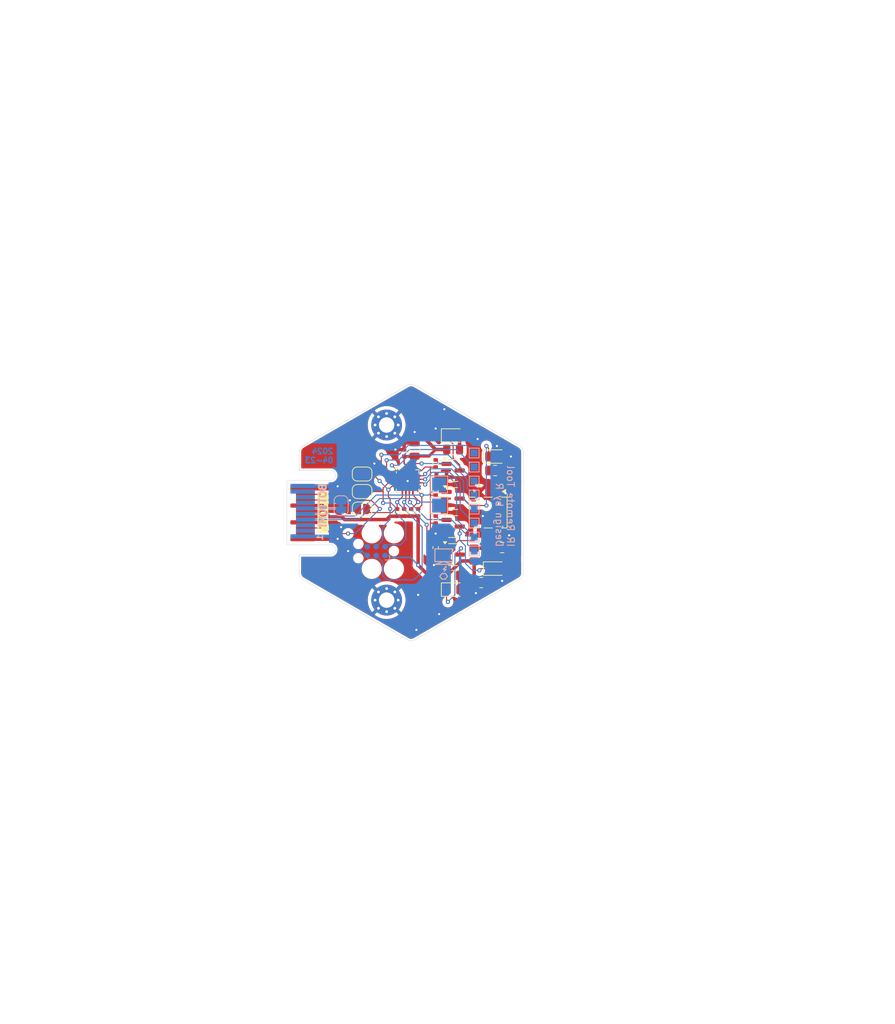
<source format=kicad_pcb>
(kicad_pcb (version 20240108) (generator "pcbnew") (generator_version "8.0")
  (layers (0 "F.Cu" signal) (31 "B.Cu" signal) (34 "B.Paste" user) (35 "F.Paste" user) (36 "B.SilkS" user "B.Silkscreen") (37 "F.SilkS" user "F.Silkscreen") (38 "B.Mask" user) (39 "F.Mask" user) (44 "Edge.Cuts" user))
  (net 0 "")
  (net 1 "GND")
  (net 2 "Net-(U2-Vcc)")
  (net 3 "+3.3V")
  (net 4 "/SDA")
  (net 5 "/SCL")
  (net 6 "Net-(D1-K)")
  (net 7 "Net-(D2-K)")
  (net 8 "Net-(D2-A)")
  (net 9 "/HS_F")
  (net 10 "/HS_G")
  (net 11 "Net-(D3-K)")
  (net 12 "/HS_H")
  (net 13 "Net-(D3-A)")
  (net 14 "Net-(D1-A)")
  (net 15 "/HEXP_DET")
  (net 16 "Net-(D4-K)")
  (net 17 "Net-(D4-A)")
  (net 24 "/~{RST}")
  (net 26 "/SWCLK")
  (net 27 "/SWDIO")
  (net 28 "Net-(Q1-G)")
  (net 29 "Net-(Q2-G)")
  (net 30 "Net-(Q3-G)")
  (net 31 "Net-(Q4-G)")
  (net 32 "/IR_RX")
  (net 33 "/IR_TX")
  (net 34 "Net-(U1-PA1)")
  (net 35 "Net-(U1-PA4)")
  (net 36 "Net-(U1-PA5)")
  (net 37 "Net-(U1-PA6)")
  (net 38 "Net-(U1-PA8)")
  (net 39 "Net-(U1-PA12)")
  (net 40 "Net-(U1-PB0)")
  (net 41 "Net-(U1-PB1)")
  (footprint "LED_SMD:LED_0805_2012Metric" (layer "F.Cu") (at 128 108)
    (property "Reference" "D3" (hide yes))
    (property "Value" "IR17-21C/TR8")
  )
  (footprint "Capacitor_SMD:C_0805_2012Metric" (layer "F.Cu") (at 116.5 91 90)
    (property "Reference" "C2" (hide yes))
    (property "Value" "4.7 uF")
  )
  (footprint "parts:hexpansion-edge-connector" (layer "F.Cu") (at 98.25 100)
    (property "Reference" "J1" (hide yes))
    (property "Value" "Hexpansion-Connector" (hide yes))
    (fp_line (start 0 4.4) (end 0 -4.4) (stroke (width 0.05)) (layer "Edge.Cuts"))
    (fp_line (start 6.25 -6) (end 2 -6) (stroke (width 0.05)) (layer "Edge.Cuts"))
    (fp_line (start 6.25 -4.6) (end 0.2 -4.6) (stroke (width 0.05)) (layer "Edge.Cuts"))
    (fp_line (start 6.25 4.6) (end 0.2 4.6) (stroke (width 0.05)) (layer "Edge.Cuts"))
    (fp_line (start 6.25 6) (end 2 6) (stroke (width 0.05)) (layer "Edge.Cuts"))
    (fp_arc (start 0 -4.4) (mid 0.058579 -4.541421) (end 0.2 -4.6) (stroke (width 0.05)) (layer "Edge.Cuts"))
    (fp_arc (start 0.2 4.6) (mid 0.058579 4.541421) (end 0 4.4) (stroke (width 0.05)) (layer "Edge.Cuts"))
    (fp_arc (start 6.25 -6) (mid 6.744975 -5.794975) (end 6.95 -5.3) (stroke (width 0.05)) (layer "Edge.Cuts"))
    (fp_arc (start 6.25 4.6) (mid 6.744975 4.805025) (end 6.95 5.3) (stroke (width 0.05)) (layer "Edge.Cuts"))
    (fp_arc (start 6.95 -5.3) (mid 6.744975 -4.805025) (end 6.25 -4.6) (stroke (width 0.05)) (layer "Edge.Cuts"))
    (fp_arc (start 6.95 5.3) (mid 6.744975 5.794975) (end 6.25 6) (stroke (width 0.05)) (layer "Edge.Cuts"))
  )
  (footprint "Resistor_SMD:R_0805_2012Metric" (layer "F.Cu") (at 126 110)
    (property "Reference" "R9" (hide yes))
    (property "Value" "100")
  )
  (footprint "Jumper:SolderJumper-2_P1.3mm_Open_RoundedPad1.0x1.5mm" (layer "F.Cu") (at 109 97)
    (property "Reference" "JP3" (hide yes))
    (property "Value" "SWDIO")
  )
  (footprint "Resistor_SMD:R_0402_1005Metric" (layer "F.Cu") (at 119.5 105 90)
    (property "Reference" "R12" (hide yes))
    (property "Value" "1k")
  )
  (footprint "Resistor_SMD:R_0805_2012Metric" (layer "F.Cu") (at 128 94)
    (property "Reference" "R7" (hide yes))
    (property "Value" "100")
  )
  (footprint "Capacitor_SMD:C_0805_2012Metric" (layer "F.Cu") (at 129 105)
    (property "Reference" "C1" (hide yes))
    (property "Value" "4.7 uF")
  )
  (footprint "MountingHole:MountingHole_2.2mm_M2_Pad_Via" (layer "F.Cu") (at 112.5 87.5)
    (property "Reference" "H2" (hide yes))
    (property "Value" "MountingHole_Pad" (hide yes))
  )
  (footprint "Package_DFN_QFN:QFN-16-1EP_3x3mm_P0.5mm_EP1.7x1.7mm" (layer "F.Cu") (at 115.5 95.5)
    (property "Reference" "U1" (hide yes))
    (property "Value" "PY32F002AW15U")
  )
  (footprint "Resistor_SMD:R_0402_1005Metric" (layer "F.Cu") (at 119.5 93 90)
    (property "Reference" "R6" (hide yes))
    (property "Value" "1k")
  )
  (footprint "LED_SMD:LED_0805_2012Metric" (layer "F.Cu") (at 128 92)
    (property "Reference" "D2" (hide yes))
    (property "Value" "IR17-21C/TR8")
  )
  (footprint "Jumper:SolderJumper-2_P1.3mm_Open_RoundedPad1.0x1.5mm" (layer "F.Cu") (at 109 99.5)
    (property "Reference" "JP4" (hide yes))
    (property "Value" "~{RST}")
  )
  (footprint "Resistor_SMD:R_0805_2012Metric" (layer "F.Cu") (at 125 106 -90)
    (property "Reference" "R3" (hide yes))
    (property "Value" "100")
  )
  (footprint "Jumper:SolderJumper-2_P1.3mm_Open_RoundedPad1.0x1.5mm" (layer "F.Cu") (at 109 94.5)
    (property "Reference" "JP2" (hide yes))
    (property "Value" "SWCLK")
  )
  (footprint "Package_TO_SOT_SMD:SOT-23" (layer "F.Cu") (at 122 98)
    (property "Reference" "Q2" (hide yes))
    (property "Value" "2N7002")
  )
  (footprint "Resistor_SMD:R_0402_1005Metric" (layer "F.Cu") (at 117 100 90)
    (property "Reference" "R2" (hide yes))
    (property "Value" "10k")
  )
  (footprint "Resistor_SMD:R_0402_1005Metric" (layer "F.Cu") (at 116 100 90)
    (property "Reference" "R1" (hide yes))
    (property "Value" "10k")
  )
  (footprint "Package_TO_SOT_SMD:SOT-23" (layer "F.Cu") (at 122 102)
    (property "Reference" "Q3" (hide yes))
    (property "Value" "2N7002")
  )
  (footprint "Resistor_SMD:R_0805_2012Metric" (layer "F.Cu") (at 122 91)
    (property "Reference" "R5" (hide yes))
    (property "Value" "100")
  )
  (footprint "Package_TO_SOT_SMD:SOT-23" (layer "F.Cu") (at 122 106)
    (property "Reference" "Q4" (hide yes))
    (property "Value" "2N7002")
  )
  (footprint "LED_SMD:LED_0805_2012Metric" (layer "F.Cu") (at 122 111)
    (property "Reference" "D4" (hide yes))
    (property "Value" "IR17-21C/TR8")
  )
  (footprint "Package_TO_SOT_SMD:SOT-23" (layer "F.Cu") (at 122 94)
    (property "Reference" "Q1" (hide yes))
    (property "Value" "2N7002")
  )
  (footprint "LED_SMD:LED_0805_2012Metric" (layer "F.Cu") (at 122 89)
    (property "Reference" "D1" (hide yes))
    (property "Value" "IR17-21C/TR8")
  )
  (footprint "parts:IRM-H6XXT" (layer "F.Cu") (at 127 100 -90)
    (property "Reference" "U2" (hide yes))
    (property "Value" "IRM-H638T/TR2")
  )
  (footprint "Resistor_SMD:R_0402_1005Metric" (layer "F.Cu") (at 114 100 90)
    (property "Reference" "R13" (hide yes))
    (property "Value" "DNL")
  )
  (footprint "Resistor_SMD:R_0402_1005Metric" (layer "F.Cu") (at 115 100 90)
    (property "Reference" "R4" (hide yes))
    (property "Value" "10k")
  )
  (footprint "Resistor_SMD:R_0805_2012Metric" (layer "F.Cu") (at 122 109)
    (property "Reference" "R11" (hide yes))
    (property "Value" "100")
  )
  (footprint "Resistor_SMD:R_0402_1005Metric" (layer "F.Cu") (at 119.5 97 90)
    (property "Reference" "R8" (hide yes))
    (property "Value" "1k")
  )
  (footprint "MountingHole:MountingHole_2.2mm_M2_Pad_Via" (layer "F.Cu") (at 112.5 112.5)
    (property "Reference" "H1" (hide yes))
    (property "Value" "MountingHole_Pad" (hide yes))
  )
  (footprint "Resistor_SMD:R_0402_1005Metric" (layer "F.Cu") (at 119.5 101 90)
    (property "Reference" "R10" (hide yes))
    (property "Value" "1k")
  )
  (footprint "Capacitor_SMD:C_0402_1005Metric" (layer "F.Cu") (at 115 91.5 90)
    (property "Reference" "C3" (hide yes))
    (property "Value" "0.1 uF")
  )
  (footprint "TestPoint:TestPoint_Pad_1.0x1.0mm" (layer "B.Cu") (at 125 99.5 180)
    (property "Reference" "TP6" (hide yes))
    (property "Value" "PA6")
  )
  (footprint "TestPoint:TestPoint_Pad_1.0x1.0mm" (layer "B.Cu") (at 125 97.5 180)
    (property "Reference" "TP9" (hide yes))
    (property "Value" "PB0")
  )
  (footprint "TestPoint:TestPoint_Pad_2.0x2.0mm" (layer "B.Cu") (at 120 99 180)
    (property "Reference" "TP2" (hide yes))
    (property "Value" "SDA")
  )
  (footprint "TestPoint:TestPoint_Pad_1.0x1.0mm" (layer "B.Cu") (at 125 103.5 180)
    (property "Reference" "TP4" (hide yes))
    (property "Value" "PA4")
  )
  (footprint "TestPoint:TestPoint_Pad_1.0x1.0mm" (layer "B.Cu") (at 125 95.5 180)
    (property "Reference" "TP7" (hide yes))
    (property "Value" "PA8")
  )
  (footprint "TestPoint:TestPoint_Pad_1.0x1.0mm" (layer "B.Cu") (at 125 105.5 180)
    (property "Reference" "TP3" (hide yes))
    (property "Value" "PA1")
  )
  (footprint "Jumper:SolderJumper-2_P1.3mm_Bridged_RoundedPad1.0x1.5mm" (layer "B.Cu") (at 106 99 90)
    (property "Reference" "JP1" (hide yes))
    (property "Value" "SolderJumper_2_Bridged" (hide yes))
  )
  (footprint "TestPoint:TestPoint_Pad_1.0x1.0mm" (layer "B.Cu") (at 125 93.5 180)
    (property "Reference" "TP10" (hide yes))
    (property "Value" "PB1")
  )
  (footprint "TestPoint:TestPoint_Pad_1.0x1.0mm" (layer "B.Cu") (at 125 101.5 180)
    (property "Reference" "TP5" (hide yes))
    (property "Value" "PA5")
  )
  (footprint "Connector:Tag-Connect_TC2030-IDC-FP_2x03_P1.27mm_Vertical" (layer "B.Cu") (at 111 105.5 180)
    (property "Reference" "J2" (hide yes))
    (property "Value" "Conn_ARM_SWD_TagConnect_TC2030" (hide yes))
  )
  (footprint "TestPoint:TestPoint_Pad_1.0x1.0mm" (layer "B.Cu") (at 125 91.5 180)
    (property "Reference" "TP8" (hide yes))
    (property "Value" "PA12")
  )
  (footprint "TestPoint:TestPoint_Pad_2.0x2.0mm" (layer "B.Cu") (at 120 96 180)
    (property "Reference" "TP1" (hide yes))
    (property "Value" "SCL")
  )
  (gr_line (start 120.9 109.5) (end 121.2 109.1) (stroke (width 0.15)) (layer "B.SilkS"))
  (gr_line (start 121.9 107.4) (end 119.4 107.4) (stroke (width 0.15)) (layer "B.SilkS"))
  (gr_line (start 120.4 109.5) (end 120.9 109.5) (stroke (width 0.15)) (layer "B.SilkS"))
  (gr_line (start 120.1 109.1) (end 120.4 109.5) (stroke (width 0.15)) (layer "B.SilkS"))
  (gr_line (start 119.4 105.2) (end 121.9 105.2) (stroke (width 0.15)) (layer "B.SilkS"))
  (gr_line (start 121 108.1) (end 120.6 108.1) (stroke (width 0.15)) (layer "B.SilkS"))
  (gr_line (start 119.4 107.4) (end 120.65 107) (stroke (width 0.15)) (layer "B.SilkS"))
  (gr_line (start 121 107.8) (end 120.9 107.7) (stroke (width 0.15)) (layer "B.SilkS"))
  (gr_line (start 121 107.7) (end 121 107.8) (stroke (width 0.15)) (layer "B.SilkS"))
  (gr_line (start 120.6 108.1) (end 121 107.7) (stroke (width 0.15)) (layer "B.SilkS"))
  (gr_line (start 120.7 108.4) (end 121 108.1) (stroke (width 0.15)) (layer "B.SilkS"))
  (gr_line (start 120.9 108.7) (end 120.4 108.7) (stroke (width 0.15)) (layer "B.SilkS"))
  (gr_line (start 121.2 109.1) (end 120.9 108.7) (stroke (width 0.15)) (layer "B.SilkS"))
  (gr_line (start 121.9 107) (end 119.4 107) (stroke (width 0.15)) (layer "B.SilkS"))
  (gr_line (start 121.9 105.2) (end 121.9 107) (stroke (width 0.15)) (layer "B.SilkS"))
  (gr_line (start 119.4 107) (end 119.4 105.2) (stroke (width 0.15)) (layer "B.SilkS"))
  (gr_line (start 121.9 107.4) (end 120.65 107) (stroke (width 0.15)) (layer "B.SilkS"))
  (gr_line (start 120.9 107.7) (end 121 107.7) (stroke (width 0.15)) (layer "B.SilkS"))
  (gr_line (start 120.4 108.7) (end 120.1 109.1) (stroke (width 0.15)) (layer "B.SilkS"))
  (gr_line (start 100.5 90.473725) (end 115.499995 81.813472) (stroke (width 0.05)) (layer "Edge.Cuts"))
  (gr_arc (start 131.499989 90.473725) (mid 131.866015 90.83975) (end 131.999989 91.33975) (stroke (width 0.05)) (layer "Edge.Cuts"))
  (gr_arc (start 100.25 94) (mid 100.073223 93.926777) (end 100 93.75) (stroke (width 0.1)) (layer "Edge.Cuts"))
  (gr_arc (start 115.499995 81.813472) (mid 115.999995 81.679497) (end 116.499995 81.813472) (stroke (width 0.05)) (layer "Edge.Cuts"))
  (gr_line (start 100.5 109.526269) (end 115.499995 118.186522) (stroke (width 0.05)) (layer "Edge.Cuts"))
  (gr_line (start 131.999989 91.33975) (end 131.999989 108.660243) (stroke (width 0.05)) (layer "Edge.Cuts"))
  (gr_line (start 100 93.75) (end 100 91.33975) (stroke (width 0.05)) (layer "Edge.Cuts"))
  (gr_arc (start 100 91.33975) (mid 100.133975 90.83975) (end 100.5 90.473725) (stroke (width 0.05)) (layer "Edge.Cuts"))
  (gr_line (start 100 106.25) (end 100 108.660243) (stroke (width 0.05)) (layer "Edge.Cuts"))
  (gr_line (start 116.499995 81.813472) (end 131.499989 90.473725) (stroke (width 0.05)) (layer "Edge.Cuts"))
  (gr_arc (start 100 106.25) (mid 100.073223 106.073223) (end 100.25 106) (stroke (width 0.1)) (layer "Edge.Cuts"))
  (gr_arc (start 100.5 109.526269) (mid 100.133975 109.160243) (end 100 108.660243) (stroke (width 0.05)) (layer "Edge.Cuts"))
  (gr_arc (start 131.999989 108.660243) (mid 131.866015 109.160243) (end 131.499989 109.526269) (stroke (width 0.05)) (layer "Edge.Cuts"))
  (gr_arc (start 116.499995 118.186522) (mid 115.999995 118.320497) (end 115.499995 118.186522) (stroke (width 0.05)) (layer "Edge.Cuts"))
  (gr_line (start 116.499995 118.186522) (end 131.499989 109.526269) (stroke (width 0.05)) (layer "Edge.Cuts"))
  (gr_text "2024\n04-23" (at 105 93 0) (layer "B.Cu") (effects (font (size 0.8 0.8) (thickness 0.2) (bold yes)) (justify left bottom mirror)))
  (gr_text "IR Remote Tool\nDesign by R" (at 128 105 270) (layer "B.SilkS") (effects (font (size 1 1)) (justify left bottom mirror)))
  (segment (start 100.5 101.4) (end 105 101.4) (width 0.5) (layer "F.Cu") (net 1))
  (segment (start 105 101.4) (end 105.325 101.4) (width 0.5) (layer "F.Cu") (net 1))
  (segment (start 116.5 90.05) (end 116.5 88.5) (width 0.2) (layer "F.Cu") (net 1))
  (segment (start 100.5 103.8) (end 104.95 103.8) (width 0.5) (layer "F.Cu") (net 1))
  (segment (start 105.5 103.75) (end 105.05 103.8) (width 0.5) (layer "F.Cu") (net 1))
  (segment (start 104.95 103.8) (end 105.5 103.75) (width 0.5) (layer "F.Cu") (net 1))
  (segment (start 105.325 101.4) (end 106 102.075) (width 0.5) (layer "F.Cu") (net 1))
  (segment (start 100.5 99) (end 106.5 99) (width 0.5) (layer "F.Cu") (net 1))
  (segment (start 113.77 91.02) (end 113.75 91) (width 0.2) (layer "F.Cu") (net 1))
  (segment (start 100.5 96.6) (end 104.9 96.6) (width 0.5) (layer "F.Cu") (net 1))
  (segment (start 105.05 103.8) (end 105 103.8) (width 0.5) (layer "F.Cu") (net 1))
  (segment (start 115 91.02) (end 113.77 91.02) (width 0.2) (layer "F.Cu") (net 1))
  (via (at 105.5 96.25) (size 0.6) (drill 0.3) (layers "F.Cu" "B.Cu") (net 1))
  (via (at 116.75 116.75) (size 0.6) (drill 0.3) (layers "F.Cu" "B.Cu") (net 1))
  (via (at 105.5 103.75) (size 0.6) (drill 0.3) (layers "F.Cu" "B.Cu") (net 1))
  (via (at 129 109.75) (size 0.6) (drill 0.3) (layers "F.Cu" "B.Cu") (net 1))
  (via (at 106 102.075) (size 0.6) (drill 0.3) (layers "F.Cu" "B.Cu") (net 1))
  (via (at 120 114.5) (size 0.6) (drill 0.3) (layers "F.Cu" "B.Cu") (net 1))
  (via (at 119.25 107.5) (size 0.6) (drill 0.3) (layers "F.Cu" "B.Cu") (net 1))
  (via (at 110.75 93) (size 0.6) (drill 0.3) (layers "F.Cu" "B.Cu") (net 1))
  (via (at 116.5 88.5) (size 0.6) (drill 0.3) (layers "F.Cu" "B.Cu") (net 1))
  (via (at 107 105.5) (size 0.6) (drill 0.3) (layers "F.Cu" "B.Cu") (net 1))
  (via (at 120.75 85.25) (size 0.6) (drill 0.3) (layers "F.Cu" "B.Cu") (net 1))
  (via (at 119.5 103) (size 0.6) (drill 0.3) (layers "F.Cu" "B.Cu") (net 1))
  (via (at 128.25 90.5) (size 0.6) (drill 0.3) (layers "F.Cu" "B.Cu") (net 1))
  (via (at 130.25 92) (size 0.6) (drill 0.3) (layers "F.Cu" "B.Cu") (net 1))
  (via (at 125.5 89.5) (size 0.6) (drill 0.3) (layers "F.Cu" "B.Cu") (net 1))
  (via (at 115.5 95.5) (size 0.6) (drill 0.3) (layers "F.Cu" "B.Cu") (net 1))
  (via (at 128.5 98.75) (size 0.6) (drill 0.3) (layers "F.Cu" "B.Cu") (net 1))
  (via (at 117 111.75) (size 0.6) (drill 0.3) (layers "F.Cu" "B.Cu") (net 1))
  (via (at 113.75 91) (size 0.6) (drill 0.3) (layers "F.Cu" "B.Cu") (net 1))
  (via (at 119.5 88) (size 0.6) (drill 0.3) (layers "F.Cu" "B.Cu") (net 1))
  (via (at 129.5 97.25) (size 0.6) (drill 0.3) (layers "F.Cu" "B.Cu") (net 1))
  (via (at 130 103.25) (size 0.6) (drill 0.3) (layers "F.Cu" "B.Cu") (net 1))
  (via (at 107.25 98.25) (size 0.6) (drill 0.3) (layers "F.Cu" "B.Cu") (net 1))
  (via (at 125.25 111.5) (size 0.6) (drill 0.3) (layers "F.Cu" "B.Cu") (net 1))
  (via (at 126.25 100.5) (size 0.6) (drill 0.3) (layers "F.Cu" "B.Cu") (net 1))
  (segment (start 109.73 106.135) (end 109.635 106.135) (width 0.2) (layer "B.Cu") (net 1))
  (segment (start 105.5 96.25) (end 105.05 96.2) (width 0.5) (layer "B.Cu") (net 1))
  (segment (start 105.05 96.2) (end 105 96.2) (width 0.5) (layer "B.Cu") (net 1))
  (segment (start 109 105.5) (end 107 105.5) (width 0.2) (layer "B.Cu") (net 1))
  (segment (start 104.95 96.2) (end 105.5 96.25) (width 0.5) (layer "B.Cu") (net 1))
  (segment (start 109.635 106.135) (end 109 105.5) (width 0.2) (layer "B.Cu") (net 1))
  (segment (start 100.5 96.2) (end 104.95 96.2) (width 0.5) (layer "B.Cu") (net 1))
  (segment (start 100.5 103.4) (end 105 103.4) (width 0.5) (layer "B.Cu") (net 1))
  (segment (start 128.27 104.78) (end 128.05 105) (width 0.5) (layer "F.Cu") (net 2))
  (segment (start 128.27 102.9) (end 128.27 104.78) (width 0.5) (layer "F.Cu") (net 2))
  (segment (start 125 105.0875) (end 127.9625 105.0875) (width 0.5) (layer "F.Cu") (net 2))
  (segment (start 127.9625 105.0875) (end 128.05 105) (width 0.5) (layer "F.Cu") (net 2))
  (segment (start 117 107.5) (end 118.5 109) (width 0.5) (layer "F.Cu") (net 3))
  (segment (start 125.0625 106.85) (end 125 106.9125) (width 0.5) (layer "F.Cu") (net 3))
  (segment (start 125 106.9125) (end 125 109.9125) (width 0.5) (layer "F.Cu") (net 3))
  (segment (start 125 109.9125) (end 125.0875 110) (width 0.5) (layer "F.Cu") (net 3))
  (segment (start 117 100.51) (end 117 107.5) (width 0.5) (layer "F.Cu") (net 3))
  (segment (start 105.3 99.8) (end 106.1 100.6) (width 0.5) (layer "F.Cu") (net 3))
  (segment (start 100.9 100.6) (end 106.1 100.6) (width 0.5) (layer "F.Cu") (net 3))
  (segment (start 115.25 93.25) (end 115 93) (width 0.2) (layer "F.Cu") (net 3))
  (segment (start 115 100.51) (end 116 100.51) (width 0.5) (layer "F.Cu") (net 3))
  (segment (start 112.5 101) (end 112.975 100.525) (width 0.5) (layer "F.Cu") (net 3))
  (segment (start 131.449989 91.554342) (end 131.443822 91.299879) (width 0.5) (layer "F.Cu") (net 3))
  (segment (start 131.449989 106.050011) (end 130.65 106.85) (width 0.5) (layer "F.Cu") (net 3))
  (segment (start 131.33059 91.042052) (end 131.256422 90.975267) (width 0.5) (layer "F.Cu") (net 3))
  (segment (start 115.25 94.0375) (end 115.25 93.25) (width 0.2) (layer "F.Cu") (net 3))
  (segment (start 116 100.51) (end 117 100.51) (width 0.5) (layer "F.Cu") (net 3))
  (segment (start 112.975 100.525) (end 113.985 100.525) (width 0.5) (layer "F.Cu") (net 3))
  (segment (start 106.1 100.6) (end 106.5 101) (width 0.5) (layer "F.Cu") (net 3))
  (segment (start 121.0875 109) (end 123.175 106.9125) (width 0.5) (layer "F.Cu") (net 3))
  (segment (start 131.449989 95.5) (end 131.449989 96) (width 0.5) (layer "F.Cu") (net 3))
  (segment (start 113.985 100.525) (end 114 100.51) (width 0.5) (layer "F.Cu") (net 3))
  (segment (start 118 87.5) (end 118 89.5) (width 0.5) (layer "F.Cu") (net 3))
  (segment (start 127.0875 94) (end 128.5875 95.5) (width 0.5) (layer "F.Cu") (net 3))
  (segment (start 116.5 91.95) (end 118.55 91.95) (width 0.4) (layer "F.Cu") (net 3))
  (segment (start 130.65 106.85) (end 125.0625 106.85) (width 0.5) (layer "F.Cu") (net 3))
  (segment (start 131.385251 91.117292) (end 131.33059 91.042052) (width 0.5) (layer "F.Cu") (net 3))
  (segment (start 131.449989 96) (end 131.449989 91.554342) (width 0.5) (layer "F.Cu") (net 3))
  (segment (start 116.47 91.98) (end 116.5 91.95) (width 0.4) (layer "F.Cu") (net 3))
  (segment (start 131.443822 91.299879) (end 131.423075 91.202252) (width 0.5) (layer "F.Cu") (net 3))
  (segment (start 131.040999 90.843813) (end 123.517298 86.5) (width 0.5) (layer "F.Cu") (net 3))
  (segment (start 131.423075 91.202252) (end 131.385251 91.117292) (width 0.5) (layer "F.Cu") (net 3))
  (segment (start 119 86.5) (end 118 87.5) (width 0.5) (layer "F.Cu") (net 3))
  (segment (start 106.5 101) (end 112.5 101) (width 0.5) (layer "F.Cu") (net 3))
  (segment (start 100.9 99.8) (end 105.3 99.8) (width 0.5) (layer "F.Cu") (net 3))
  (segment (start 123.175 106.9125) (end 125 106.9125) (width 0.5) (layer "F.Cu") (net 3))
  (segment (start 128.5875 95.5) (end 131.449989 95.5) (width 0.5) (layer "F.Cu") (net 3))
  (segment (start 118.55 91.95) (end 119.5 91) (width 0.4) (layer "F.Cu") (net 3))
  (segment (start 115 93) (end 115 91.98) (width 0.2) (layer "F.Cu") (net 3))
  (segment (start 118 89.5) (end 119.5 91) (width 0.5) (layer "F.Cu") (net 3))
  (segment (start 118.5 109) (end 121.0875 109) (width 0.5) (layer "F.Cu") (net 3))
  (segment (start 119.5 91) (end 121.0875 91) (width 0.5) (layer "F.Cu") (net 3))
  (segment (start 123.517298 86.5) (end 119 86.5) (width 0.5) (layer "F.Cu") (net 3))
  (segment (start 131.256422 90.975267) (end 131.040999 90.843813) (width 0.5) (layer "F.Cu") (net 3))
  (segment (start 115 91.98) (end 116.47 91.98) (width 0.4) (layer "F.Cu") (net 3))
  (segment (start 114 100.51) (end 115 100.51) (width 0.5) (layer "F.Cu") (net 3))
  (segment (start 131.449989 96) (end 131.449989 106.050011) (width 0.5) (layer "F.Cu") (net 3))
  (via (at 117 107.5) (size 0.6) (drill 0.3) (layers "F.Cu" "B.Cu") (net 3))
  (segment (start 115.9 106.4) (end 117 107.5) (width 0.2) (layer "B.Cu") (net 3))
  (segment (start 112.27 106.135) (end 112.8025 106.135) (width 0.2) (layer "B.Cu") (net 3))
  (segment (start 113.0675 106.4) (end 115.9 106.4) (width 0.2) (layer "B.Cu") (net 3))
  (segment (start 112.8025 106.135) (end 113.0675 106.4) (width 0.2) (layer "B.Cu") (net 3))
  (segment (start 117 98.5) (end 117 98.25) (width 0.15) (layer "F.Cu") (net 4))
  (segment (start 117 98.5) (end 116.99 98.5) (width 0.15) (layer "F.Cu") (net 4))
  (segment (start 116.25 97.5) (end 116.25 96.9625) (width 0.15) (layer "F.Cu") (net 4))
  (segment (start 117 98.25) (end 116.25 97.5) (width 0.15) (layer "F.Cu") (net 4))
  (segment (start 116.99 98.5) (end 116 99.49) (width 0.15) (layer "F.Cu") (net 4))
  (via (at 117 98.5) (size 0.6) (drill 0.3) (layers "F.Cu" "B.Cu") (net 4))
  (segment (start 108.5 101) (end 100.9 101) (width 0.15) (layer "B.Cu") (net 4))
  (segment (start 117 98.5) (end 116.5 98) (width 0.15) (layer "B.Cu") (net 4))
  (segment (start 119.5 98.5) (end 120 99) (width 0.15) (layer "B.Cu") (net 4))
  (segment (start 116.5 98) (end 111.5 98) (width 0.15) (layer "B.Cu") (net 4))
  (segment (start 111.5 98) (end 108.5 101) (width 0.15) (layer "B.Cu") (net 4))
  (segment (start 117 98.5) (end 119.5 98.5) (width 0.15) (layer "B.Cu") (net 4))
  (segment (start 116.9625 96.9625) (end 116.9625 96.25) (width 0.15) (layer "F.Cu") (net 5))
  (segment (start 117.525 97.525) (end 117.525 98.965) (width 0.15) (layer "F.Cu") (net 5))
  (segment (start 117.5 97.5) (end 117.525 97.525) (width 0.15) (layer "F.Cu") (net 5))
  (segment (start 117.525 98.965) (end 117 99.49) (width 0.15) (layer "F.Cu") (net 5))
  (segment (start 117.5 97.5) (end 116.9625 96.9625) (width 0.15) (layer "F.Cu") (net 5))
  (via (at 117.5 97.5) (size 0.6) (drill 0.3) (layers "F.Cu" "B.Cu") (net 5))
  (segment (start 108 100.5) (end 104.5 100.5) (width 0.15) (layer "B.Cu") (net 5))
  (segment (start 118.5 97.5) (end 120 96) (width 0.15) (layer "B.Cu") (net 5))
  (segment (start 104.5 100.5) (end 104.2 100.2) (width 0.15) (layer "B.Cu") (net 5))
  (segment (start 117.5 97.5) (end 118.5 97.5) (width 0.15) (layer "B.Cu") (net 5))
  (segment (start 111 97.5) (end 108 100.5) (width 0.15) (layer "B.Cu") (net 5))
  (segment (start 117.5 97.5) (end 111 97.5) (width 0.15) (layer "B.Cu") (net 5))
  (segment (start 104.2 100.2) (end 100.9 100.2) (width 0.15) (layer "B.Cu") (net 5))
  (segment (start 121.0625 89.28125) (end 121.0625 89) (width 0.15) (layer "F.Cu") (net 6))
  (segment (start 122 92.25) (end 122 90.21875) (width 0.15) (layer "F.Cu") (net 6))
  (segment (start 122.9375 94) (end 122.9375 93.1875) (width 0.15) (layer "F.Cu") (net 6))
  (segment (start 122.9375 93.1875) (end 122 92.25) (width 0.15) (layer "F.Cu") (net 6))
  (segment (start 122 90.21875) (end 121.0625 89.28125) (width 0.15) (layer "F.Cu") (net 6))
  (segment (start 127.0625 90.8125) (end 127.0625 92) (width 0.15) (layer "F.Cu") (net 7))
  (segment (start 124.4 99) (end 123.4 98) (width 0.15) (layer "F.Cu") (net 7))
  (segment (start 123.4 98) (end 122.9375 98) (width 0.15) (layer "F.Cu") (net 7))
  (segment (start 126.75 90.5) (end 127.0625 90.8125) (width 0.15) (layer "F.Cu") (net 7))
  (segment (start 126.75 99) (end 124.4 99) (width 0.15) (layer "F.Cu") (net 7))
  (via (at 126.75 90.5) (size 0.6) (drill 0.3) (layers "F.Cu" "B.Cu") (net 7))
  (via (at 126.75 99) (size 0.6) (drill 0.3) (layers "F.Cu" "B.Cu") (net 7))
  (segment (start 126.75 90.5) (end 126.75 99) (width 0.15) (layer "B.Cu") (net 7))
  (segment (start 128.9125 94) (end 128.9125 92.025) (width 0.5) (layer "F.Cu") (net 8))
  (segment (start 128.9125 92.025) (end 128.9375 92) (width 0.5) (layer "F.Cu") (net 8))
  (segment (start 100.9 97.4) (end 105.45 97.4) (width 0.15) (layer "F.Cu") (net 9))
  (segment (start 105.45 97.4) (end 108.35 94.5) (width 0.15) (layer "F.Cu") (net 9))
  (segment (start 100.9 98.2) (end 105.8 98.2) (width 0.15) (layer "F.Cu") (net 10))
  (segment (start 107 97) (end 108.35 97) (width 0.15) (layer "F.Cu") (net 10))
  (segment (start 105.8 98.2) (end 107 97) (width 0.15) (layer "F.Cu") (net 10))
  (segment (start 126 108) (end 125.75 108.25) (width 0.15) (layer "F.Cu") (net 11))
  (segment (start 122.9375 103) (end 122.9375 102) (width 0.15) (layer "F.Cu") (net 11))
  (segment (start 127.0625 108) (end 126 108) (width 0.15) (layer "F.Cu") (net 11))
  (via (at 122.9375 103) (size 0.6) (drill 0.3) (layers "F.Cu" "B.Cu") (net 11))
  (via (at 125.75 108.25) (size 0.6) (drill 0.3) (layers "F.Cu" "B.Cu") (net 11))
  (segment (start 122.9375 103) (end 122.9375 103.9375) (width 0.15) (layer "B.Cu") (net 11))
  (segment (start 123.75 104.75) (end 123.75 107.25) (width 0.15) (layer "B.Cu") (net 11))
  (segment (start 123.75 107.25) (end 124.75 108.25) (width 0.15) (layer "B.Cu") (net 11))
  (segment (start 124.75 108.25) (end 125.75 108.25) (width 0.15) (layer "B.Cu") (net 11))
  (segment (start 122.9375 103.9375) (end 123.75 104.75) (width 0.15) (layer "B.Cu") (net 11))
  (segment (start 103.7 102.2) (end 100.9 102.2) (width 0.15) (layer "F.Cu") (net 12))
  (segment (start 108.662364 98.25) (end 108.35 98.562364) (width 0.15) (layer "F.Cu") (net 12))
  (segment (start 107 103) (end 104.5 103) (width 0.15) (layer "F.Cu") (net 12))
  (segment (start 104.5 103) (end 103.7 102.2) (width 0.15) (layer "F.Cu") (net 12))
  (segment (start 108.35 98.562364) (end 108.35 99.5) (width 0.15) (layer "F.Cu") (net 12))
  (segment (start 111.525 99.475) (end 110.3 98.25) (width 0.15) (layer "F.Cu") (net 12))
  (segment (start 110.3 98.25) (end 108.662364 98.25) (width 0.15) (layer "F.Cu") (net 12))
  (via (at 111.525 99.475) (size 0.6) (drill 0.3) (layers "F.Cu" "B.Cu") (net 12))
  (via (at 107 103) (size 0.6) (drill 0.3) (layers "F.Cu" "B.Cu") (net 12))
  (segment (start 111.525 99.475) (end 108 103) (width 0.15) (layer "B.Cu") (net 12))
  (segment (start 108 103) (end 107 103) (width 0.15) (layer "B.Cu") (net 12))
  (segment (start 126.9375 110) (end 128.9375 108) (width 0.5) (layer "F.Cu") (net 13))
  (segment (start 126.9125 110) (end 126.9375 110) (width 0.5) (layer "F.Cu") (net 13))
  (segment (start 122.9125 89.025) (end 122.9375 89) (width 0.5) (layer "F.Cu") (net 14))
  (segment (start 122.9125 91) (end 122.9125 89.025) (width 0.5) (layer "F.Cu") (net 14))
  (segment (start 105.75 99.4) (end 106 99.65) (width 0.15) (layer "B.Cu") (net 15))
  (segment (start 100.9 99.4) (end 105.75 99.4) (width 0.15) (layer "B.Cu") (net 15))
  (segment (start 121.0625 111) (end 121.0625 112.5625) (width 0.15) (layer "F.Cu") (net 16))
  (segment (start 122.9375 105.2875) (end 122.9375 106) (width 0.15) (layer "F.Cu") (net 16))
  (segment (start 123.116268 105.108732) (end 122.9375 105.2875) (width 0.15) (layer "F.Cu") (net 16))
  (segment (start 121.0625 112.5625) (end 121.25 112.75) (width 0.15) (layer "F.Cu") (net 16))
  (via (at 121.25 112.75) (size 0.6) (drill 0.3) (layers "F.Cu" "B.Cu") (net 16))
  (via (at 123.116268 105.108732) (size 0.6) (drill 0.3) (layers "F.Cu" "B.Cu") (net 16))
  (segment (start 122.25 105.975) (end 122.25 111.75) (width 0.15) (layer "B.Cu") (net 16))
  (segment (start 123.116268 105.108732) (end 122.25 105.975) (width 0.15) (layer "B.Cu") (net 16))
  (segment (start 122.25 111.75) (end 121.25 112.75) (width 0.15) (layer "B.Cu") (net 16))
  (segment (start 122.9375 111) (end 122.9375 109.025) (width 0.5) (layer "F.Cu") (net 17))
  (segment (start 122.9375 109.025) (end 122.9125 109) (width 0.5) (layer "F.Cu") (net 17))
  (segment (start 114 98.5) (end 114.75 97.75) (width 0.15) (layer "F.Cu") (net 24))
  (segment (start 110.15 100) (end 109.65 99.5) (width 0.15) (layer "F.Cu") (net 24))
  (segment (start 113.25 100) (end 110.15 100) (width 0.15) (layer "F.Cu") (net 24))
  (segment (start 114 99.49) (end 113.76 99.49) (width 0.15) (layer "F.Cu") (net 24))
  (segment (start 113.76 99.49) (end 113.25 100) (width 0.15) (layer "F.Cu") (net 24))
  (segment (start 114 98.525) (end 114 98.5) (width 0.15) (layer "F.Cu") (net 24))
  (segment (start 114 98.525) (end 114 99.49) (width 0.15) (layer "F.Cu") (net 24))
  (segment (start 114.75 97.75) (end 114.75 96.9625) (width 0.15) (layer "F.Cu") (net 24))
  (via (at 114 98.525) (size 0.6) (drill 0.3) (layers "F.Cu" "B.Cu") (net 24))
  (segment (start 117.575 108.425) (end 116.4 109.6) (width 0.15) (layer "B.Cu") (net 24))
  (segment (start 111.95 109.05) (end 111.95 107.085) (width 0.15) (layer "B.Cu") (net 24))
  (segment (start 111.95 107.085) (end 111 106.135) (width 0.15) (layer "B.Cu") (net 24))
  (segment (start 112.5 109.6) (end 111.95 109.05) (width 0.15) (layer "B.Cu") (net 24))
  (segment (start 114.025 98.525) (end 117.575 102.075) (width 0.15) (layer "B.Cu") (net 24))
  (segment (start 114 98.525) (end 114.025 98.525) (width 0.15) (layer "B.Cu") (net 24))
  (segment (start 116.4 109.6) (end 112.5 109.6) (width 0.15) (layer "B.Cu") (net 24))
  (segment (start 117.575 102.075) (end 117.575 108.425) (width 0.15) (layer "B.Cu") (net 24))
  (segment (start 110.5 94.5) (end 109.65 94.5) (width 0.15) (layer "F.Cu") (net 26))
  (segment (start 111.5 95.5) (end 110.5 94.5) (width 0.15) (layer "F.Cu") (net 26))
  (segment (start 113.25 96.25) (end 114.0375 96.25) (width 0.15) (layer "F.Cu") (net 26))
  (segment (start 112.75 97.75) (end 113 98) (width 0.15) (layer "F.Cu") (net 26))
  (segment (start 112.75 96.75) (end 112.75 97.75) (width 0.15) (layer "F.Cu") (net 26))
  (segment (start 113 98) (end 113 99.475) (width 0.15) (layer "F.Cu") (net 26))
  (segment (start 112.75 96.75) (end 113.25 96.25) (width 0.15) (layer "F.Cu") (net 26))
  (via (at 111.5 95.5) (size 0.6) (drill 0.3) (layers "F.Cu" "B.Cu") (net 26))
  (via (at 112.75 96.75) (size 0.6) (drill 0.3) (layers "F.Cu" "B.Cu") (net 26))
  (via (at 113 99.475) (size 0.6) (drill 0.3) (layers "F.Cu" "B.Cu") (net 26))
  (segment (start 113 99.475) (end 113 101) (width 0.15) (layer "B.Cu") (net 26))
  (segment (start 111.95 103.915) (end 111 104.865) (width 0.15) (layer "B.Cu") (net 26))
  (segment (start 111.95 102.05) (end 111.95 103.915) (width 0.15) (layer "B.Cu") (net 26))
  (segment (start 113 101) (end 111.95 102.05) (width 0.15) (layer "B.Cu") (net 26))
  (segment (start 112.75 96.75) (end 111.5 95.5) (width 0.15) (layer "B.Cu") (net 26))
  (segment (start 112 96.5) (end 112.75 95.75) (width 0.15) (layer "F.Cu") (net 27))
  (segment (start 112 97) (end 109.65 97) (width 0.15) (layer "F.Cu") (net 27))
  (segment (start 112.75 95.75) (end 114.0375 95.75) (width 0.15) (layer "F.Cu") (net 27))
  (segment (start 112 98.633732) (end 112 96.5) (width 0.15) (layer "F.Cu") (net 27))
  (via (at 112 98.633732) (size 0.6) (drill 0.3) (layers "F.Cu" "B.Cu") (net 27))
  (segment (start 113.75 99.241268) (end 113.75 100) (width 0.15) (layer "B.Cu") (net 27))
  (segment (start 115.25 101.5) (end 115.25 103.822292) (width 0.15) (layer "B.Cu") (net 27))
  (segment (start 113.75 100) (end 115.25 101.5) (width 0.15) (layer "B.Cu") (net 27))
  (segment (start 112 98.633732) (end 113.142464 98.633732) (width 0.15) (layer "B.Cu") (net 27))
  (segment (start 114.472292 104.6) (end 112.535 104.6) (width 0.15) (layer "B.Cu") (net 27))
  (segment (start 112.535 104.6) (end 112.27 104.865) (width 0.15) (layer "B.Cu") (net 27))
  (segment (start 115.25 103.822292) (end 114.472292 104.6) (width 0.15) (layer "B.Cu") (net 27))
  (segment (start 113.142464 98.633732) (end 113.75 99.241268) (width 0.15) (layer "B.Cu") (net 27))
  (segment (start 120.06 93.05) (end 119.5 92.49) (width 0.15) (layer "F.Cu") (net 28))
  (segment (start 121.0625 93.05) (end 120.06 93.05) (width 0.15) (layer "F.Cu") (net 28))
  (segment (start 120.06 97.05) (end 119.5 96.49) (width 0.15) (layer "F.Cu") (net 29))
  (segment (start 121.0625 97.05) (end 120.06 97.05) (width 0.15) (layer "F.Cu") (net 29))
  (segment (start 120.06 101.05) (end 119.5 100.49) (width 0.15) (layer "F.Cu") (net 30))
  (segment (start 121.0625 101.05) (end 120.06 101.05) (width 0.15) (layer "F.Cu") (net 30))
  (segment (start 120.06 105.05) (end 119.5 104.49) (width 0.15) (layer "F.Cu") (net 31))
  (segment (start 121.0625 105.05) (end 120.06 105.05) (width 0.15) (layer "F.Cu") (net 31))
  (segment (start 118.225 101.75) (end 118.25 101.775) (width 0.15) (layer "F.Cu") (net 32))
  (segment (start 121.317243 106.25) (end 122.25 105.317243) (width 0.15) (layer "F.Cu") (net 32))
  (segment (start 118.25 101.775) (end 118.25 105.5) (width 0.15) (layer "F.Cu") (net 32))
  (segment (start 115 98.5) (end 115 99.49) (width 0.15) (layer "F.Cu") (net 32))
  (segment (start 115 98.525) (end 115 98.5) (width 0.15) (layer "F.Cu") (net 32))
  (segment (start 122.25 105.317243) (end 122.25 104.5) (width 0.15) (layer "F.Cu") (net 32))
  (segment (start 122.75 104) (end 125 104) (width 0.15) (layer "F.Cu") (net 32))
  (segment (start 115.25 98.25) (end 115 98.5) (width 0.15) (layer "F.Cu") (net 32))
  (segment (start 125 104) (end 125.73 103.27) (width 0.15) (layer "F.Cu") (net 32))
  (segment (start 119 106.25) (end 121.317243 106.25) (width 0.15) (layer "F.Cu") (net 32))
  (segment (start 125.73 103.27) (end 125.73 102.9) (width 0.15) (layer "F.Cu") (net 32))
  (segment (start 118.25 105.5) (end 119 106.25) (width 0.15) (layer "F.Cu") (net 32))
  (segment (start 115.25 96.9625) (end 115.25 98.25) (width 0.15) (layer "F.Cu") (net 32))
  (segment (start 122.25 104.5) (end 122.75 104) (width 0.15) (layer "F.Cu") (net 32))
  (via (at 115 98.525) (size 0.6) (drill 0.3) (layers "F.Cu" "B.Cu") (net 32))
  (via (at 118.225 101.75) (size 0.6) (drill 0.3) (layers "F.Cu" "B.Cu") (net 32))
  (segment (start 118.225 101.75) (end 115 98.525) (width 0.15) (layer "B.Cu") (net 32))
  (segment (start 116.25 94.0375) (end 117.4625 94.0375) (width 0.15) (layer "F.Cu") (net 33))
  (segment (start 118.75 97.5) (end 118.75 101.5) (width 0.15) (layer "F.Cu") (net 33))
  (segment (start 119.5 101.51) (end 118.76 101.51) (width 0.15) (layer "F.Cu") (net 33))
  (segment (start 119.5 97.51) (end 118.76 97.51) (width 0.15) (layer "F.Cu") (net 33))
  (segment (start 118.75 93.5) (end 118.75 97.5) (width 0.15) (layer "F.Cu") (net 33))
  (segment (start 118.75 101.5) (end 118.75 104.76) (width 0.15) (layer "F.Cu") (net 33))
  (segment (start 117.4625 94.0375) (end 118 93.5) (width 0.15) (layer "F.Cu") (net 33))
  (segment (start 118.76 101.51) (end 118.75 101.5) (width 0.15) (layer "F.Cu") (net 33))
  (segment (start 119.5 93.51) (end 118.76 93.51) (width 0.15) (layer "F.Cu") (net 33))
  (segment (start 118.76 93.51) (end 118.75 93.5) (width 0.15) (layer "F.Cu") (net 33))
  (segment (start 118 93.5) (end 118.75 93.5) (width 0.15) (layer "F.Cu") (net 33))
  (segment (start 118.76 97.51) (end 118.75 97.5) (width 0.15) (layer "F.Cu") (net 33))
  (segment (start 118.75 104.76) (end 119.5 105.51) (width 0.15) (layer "F.Cu") (net 33))
  (segment (start 115.829856 98.525) (end 115.75 98.445144) (width 0.15) (layer "F.Cu") (net 34))
  (segment (start 115.75 98.445144) (end 115.75 96.9625) (width 0.15) (layer "F.Cu") (net 34))
  (via (at 115.829856 98.525) (size 0.6) (drill 0.3) (layers "F.Cu" "B.Cu") (net 34))
  (segment (start 115.829856 98.525) (end 118.304856 101) (width 0.15) (layer "B.Cu") (net 34))
  (segment (start 124.05 104.55) (end 125 105.5) (width 0.15) (layer "B.Cu") (net 34))
  (segment (start 118.304856 101) (end 121.75 101) (width 0.15) (layer "B.Cu") (net 34))
  (segment (start 121.75 101) (end 124.05 103.3) (width 0.15) (layer "B.Cu") (net 34))
  (segment (start 124.05 103.3) (end 124.05 104.55) (width 0.15) (layer "B.Cu") (net 34))
  (segment (start 116.9625 95.75) (end 117.75 95.75) (width 0.15) (layer "F.Cu") (net 35))
  (segment (start 117.75 95.75) (end 118 96) (width 0.15) (layer "F.Cu") (net 35))
  (via (at 118 96) (size 0.6) (drill 0.3) (layers "F.Cu" "B.Cu") (net 35))
  (segment (start 122.5 101) (end 125 103.5) (width 0.15) (layer "B.Cu") (net 35))
  (segment (start 118.75 94.916727) (end 118.916727 94.75) (width 0.15) (layer "B.Cu") (net 35))
  (segment (start 122.5 96) (end 122.5 101) (width 0.15) (layer "B.Cu") (net 35))
  (segment (start 118.75 95.25) (end 118.75 94.916727) (width 0.15) (layer "B.Cu") (net 35))
  (segment (start 118 96) (end 118.75 95.25) (width 0.15) (layer "B.Cu") (net 35))
  (segment (start 118.916727 94.75) (end 121.25 94.75) (width 0.15) (layer "B.Cu") (net 35))
  (segment (start 121.25 94.75) (end 122.5 96) (width 0.15) (layer "B.Cu") (net 35))
  (segment (start 116.9625 95.25) (end 118 95.25) (width 0.15) (layer "F.Cu") (net 36))
  (via (at 118 95.25) (size 0.6) (drill 0.3) (layers "F.Cu" "B.Cu") (net 36))
  (segment (start 118 95.25) (end 118 95.242463) (width 0.15) (layer "B.Cu") (net 36))
  (segment (start 123 95.75) (end 123 99.5) (width 0.15) (layer "B.Cu") (net 36))
  (segment (start 123 99.5) (end 125 101.5) (width 0.15) (layer "B.Cu") (net 36))
  (segment (start 121.5 94.25) (end 123 95.75) (width 0.15) (layer "B.Cu") (net 36))
  (segment (start 118.992463 94.25) (end 121.5 94.25) (width 0.15) (layer "B.Cu") (net 36))
  (segment (start 118 95.242463) (end 118.992463 94.25) (width 0.15) (layer "B.Cu") (net 36))
  (segment (start 116.9625 94.75) (end 117.75 94.75) (width 0.15) (layer "F.Cu") (net 37))
  (segment (start 117.75 94.75) (end 118 94.5) (width 0.15) (layer "F.Cu") (net 37))
  (via (at 118 94.5) (size 0.6) (drill 0.3) (layers "F.Cu" "B.Cu") (net 37))
  (segment (start 123.5 98) (end 125 99.5) (width 0.15) (layer "B.Cu") (net 37))
  (segment (start 118.75 93.75) (end 121.75 93.75) (width 0.15) (layer "B.Cu") (net 37))
  (segment (start 118 94.5) (end 118.75 93.75) (width 0.15) (layer "B.Cu") (net 37))
  (segment (start 121.75 93.75) (end 123.5 95.5) (width 0.15) (layer "B.Cu") (net 37))
  (segment (start 123.5 95.5) (end 123.5 98) (width 0.15) (layer "B.Cu") (net 37))
  (segment (start 113.25 93.25) (end 114.0375 94.0375) (width 0.15) (layer "F.Cu") (net 38))
  (segment (start 114.0375 94.0375) (end 114.75 94.0375) (width 0.15) (layer "F.Cu") (net 38))
  (via (at 113.25 93.25) (size 0.6) (drill 0.3) (layers "F.Cu" "B.Cu") (net 38))
  (segment (start 125 95.475) (end 125 95.5) (width 0.15) (layer "B.Cu") (net 38))
  (segment (start 115.75 91.75) (end 121.275 91.75) (width 0.15) (layer "B.Cu") (net 38))
  (segment (start 121.275 91.75) (end 125 95.475) (width 0.15) (layer "B.Cu") (net 38))
  (segment (start 114.25 93.25) (end 115.75 91.75) (width 0.15) (layer "B.Cu") (net 38))
  (segment (start 113.25 93.25) (end 114.25 93.25) (width 0.15) (layer "B.Cu") (net 38))
  (segment (start 111.75 91.75) (end 111.75 94) (width 0.15) (layer "F.Cu") (net 39))
  (segment (start 111.75 94) (end 113 95.25) (width 0.15) (layer "F.Cu") (net 39))
  (segment (start 113 95.25) (end 114.0375 95.25) (width 0.15) (layer "F.Cu") (net 39))
  (via (at 111.75 91.75) (size 0.6) (drill 0.3) (layers "F.Cu" "B.Cu") (net 39))
  (segment (start 115.575 90.425) (end 123.925 90.425) (width 0.15) (layer "B.Cu") (net 39))
  (segment (start 111.75 91.75) (end 114.25 91.75) (width 0.15) (layer "B.Cu") (net 39))
  (segment (start 123.925 90.425) (end 125 91.5) (width 0.15) (layer "B.Cu") (net 39))
  (segment (start 114.25 91.75) (end 115.575 90.425) (width 0.15) (layer "B.Cu") (net 39))
  (segment (start 115.75 93.25) (end 116 93) (width 0.15) (layer "F.Cu") (net 40))
  (segment (start 115.75 94.0375) (end 115.75 93.25) (width 0.15) (layer "F.Cu") (net 40))
  (segment (start 116 93) (end 117.5 93) (width 0.15) (layer "F.Cu") (net 40))
  (via (at 117.5 93) (size 0.6) (drill 0.3) (layers "F.Cu" "B.Cu") (net 40))
  (segment (start 124 95.25) (end 124 96.525) (width 0.15) (layer "B.Cu") (net 40))
  (segment (start 124.975 97.5) (end 125 97.5) (width 0.15) (layer "B.Cu") (net 40))
  (segment (start 121.75 93) (end 124 95.25) (width 0.15) (layer "B.Cu") (net 40))
  (segment (start 117.5 93) (end 121.75 93) (width 0.15) (layer "B.Cu") (net 40))
  (segment (start 124 96.525) (end 124.975 97.5) (width 0.15) (layer "B.Cu") (net 40))
  (segment (start 113.25 94.75) (end 114.0375 94.75) (width 0.15) (layer "F.Cu") (net 41))
  (segment (start 112.5 92.525) (end 112.5 94) (width 0.15) (layer "F.Cu") (net 41))
  (segment (start 112.5 94) (end 113.25 94.75) (width 0.15) (layer "F.Cu") (net 41))
  (via (at 112.5 92.525) (size 0.6) (drill 0.3) (layers "F.Cu" "B.Cu") (net 41))
  (segment (start 115.75 91) (end 122.5 91) (width 0.15) (layer "B.Cu") (net 41))
  (segment (start 112.5 92.525) (end 112.525 92.5) (width 0.15) (layer "B.Cu") (net 41))
  (segment (start 114.25 92.5) (end 115.75 91) (width 0.15) (layer "B.Cu") (net 41))
  (segment (start 112.525 92.5) (end 114.25 92.5) (width 0.15) (layer "B.Cu") (net 41))
  (segment (start 122.5 91) (end 125 93.5) (width 0.15) (layer "B.Cu") (net 41))
  (zone (net 1) (net_name "GND") (layers "F&B.Cu") (connect_pads (clearance 0.5)) (min_thickness 0.25) (fill yes (thermal_gap 0.5) (thermal_bridge_width 0.5))
    (polygon (pts (xy 57.275 160.275) (xy 59.675 28.2) (xy 137.95 26.825) (xy 175.875 98.55) (xy 150.725 173.025) (xy 109.325 169.925)))
  )
  (zone (net 0) (net_name "") (layers "F&B.Cu") (connect_pads (clearance 0)) (min_thickness 0.25)
    (keepout (tracks allowed) (vias allowed) (pads allowed) (copperpour not_allowed) (footprints allowed))
    (fill (thermal_gap 0.5) (thermal_bridge_width 0.5))
    (polygon (pts (xy 98.25 95.01) (xy 104.2 95.01) (xy 104.27 105.08) (xy 98.25 105.1)))
  )
)
</source>
